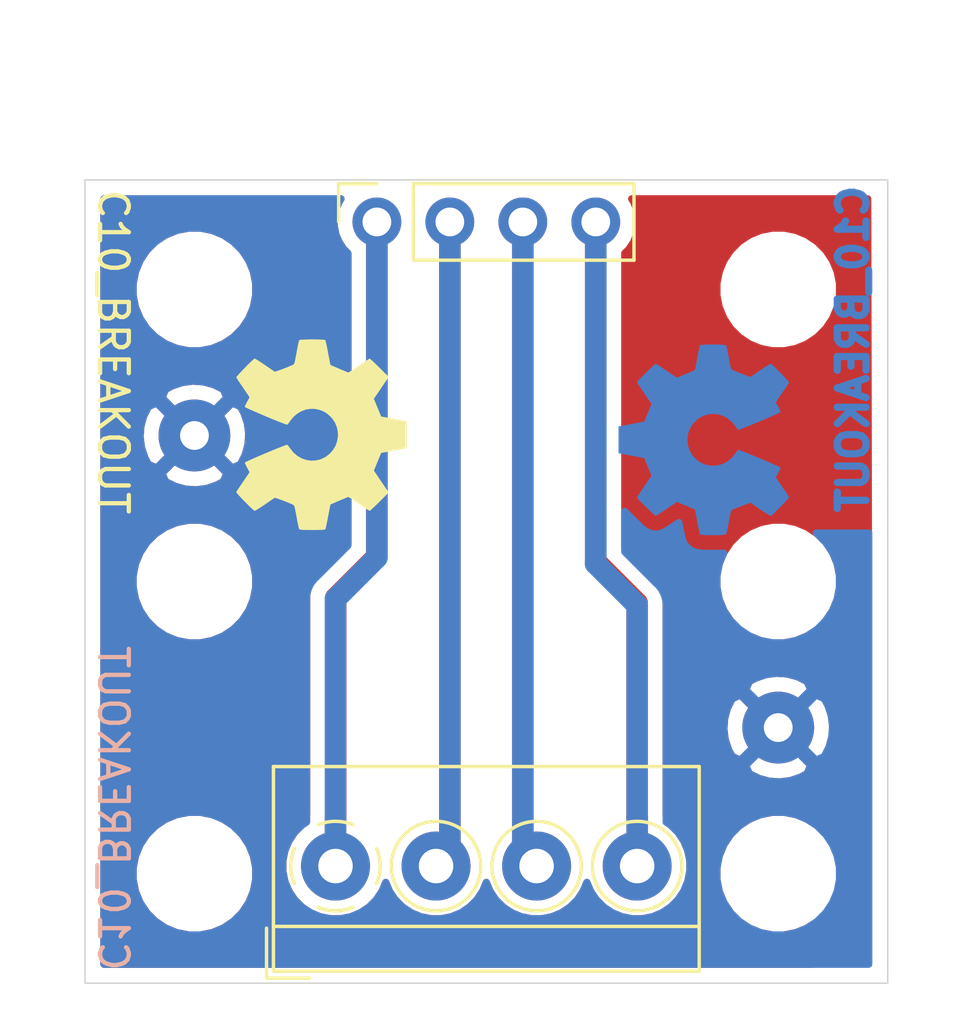
<source format=kicad_pcb>
(kicad_pcb (version 20171130) (host pcbnew 5.1.5-52549c5~86~ubuntu18.04.1)

  (general
    (thickness 1.6)
    (drawings 8)
    (tracks 25)
    (zones 0)
    (modules 12)
    (nets 6)
  )

  (page A4)
  (title_block
    (title "C10 BREAKOUT")
    (company Galopago)
  )

  (layers
    (0 F.Cu signal)
    (31 B.Cu signal)
    (32 B.Adhes user)
    (33 F.Adhes user)
    (34 B.Paste user)
    (35 F.Paste user)
    (36 B.SilkS user)
    (37 F.SilkS user)
    (38 B.Mask user)
    (39 F.Mask user)
    (40 Dwgs.User user)
    (41 Cmts.User user)
    (42 Eco1.User user)
    (43 Eco2.User user)
    (44 Edge.Cuts user)
    (45 Margin user)
    (46 B.CrtYd user)
    (47 F.CrtYd user)
    (48 B.Fab user)
    (49 F.Fab user)
  )

  (setup
    (last_trace_width 0.75)
    (trace_clearance 0.2)
    (zone_clearance 0.508)
    (zone_45_only no)
    (trace_min 0.2)
    (via_size 0.8)
    (via_drill 0.4)
    (via_min_size 0.4)
    (via_min_drill 0.3)
    (uvia_size 0.3)
    (uvia_drill 0.1)
    (uvias_allowed no)
    (uvia_min_size 0.2)
    (uvia_min_drill 0.1)
    (edge_width 0.05)
    (segment_width 0.2)
    (pcb_text_width 0.3)
    (pcb_text_size 1.5 1.5)
    (mod_edge_width 0.12)
    (mod_text_size 1 1)
    (mod_text_width 0.15)
    (pad_size 1.7 1.7)
    (pad_drill 1)
    (pad_to_mask_clearance 0.051)
    (solder_mask_min_width 0.25)
    (aux_axis_origin 0 0)
    (visible_elements FFFFFF7F)
    (pcbplotparams
      (layerselection 0x010fc_ffffffff)
      (usegerberextensions false)
      (usegerberattributes false)
      (usegerberadvancedattributes false)
      (creategerberjobfile false)
      (excludeedgelayer true)
      (linewidth 0.100000)
      (plotframeref false)
      (viasonmask false)
      (mode 1)
      (useauxorigin false)
      (hpglpennumber 1)
      (hpglpenspeed 20)
      (hpglpendiameter 15.000000)
      (psnegative false)
      (psa4output false)
      (plotreference true)
      (plotvalue true)
      (plotinvisibletext false)
      (padsonsilk false)
      (subtractmaskfromsilk false)
      (outputformat 1)
      (mirror false)
      (drillshape 1)
      (scaleselection 1)
      (outputdirectory ""))
  )

  (net 0 "")
  (net 1 "Net-(J0-Pad1)")
  (net 2 "Net-(J4-Pad4)")
  (net 3 "Net-(J4-Pad3)")
  (net 4 "Net-(J4-Pad2)")
  (net 5 "Net-(J4-Pad1)")

  (net_class Default "This is the default net class."
    (clearance 0.2)
    (trace_width 0.75)
    (via_dia 0.8)
    (via_drill 0.4)
    (uvia_dia 0.3)
    (uvia_drill 0.1)
    (add_net "Net-(J0-Pad1)")
    (add_net "Net-(J4-Pad1)")
    (add_net "Net-(J4-Pad2)")
    (add_net "Net-(J4-Pad3)")
    (add_net "Net-(J4-Pad4)")
  )

  (module Symbol:OSHW-Symbol_6.7x6mm_Copper (layer B.Cu) (tedit 0) (tstamp 5F85A7AC)
    (at 41.5544 29.0322 270)
    (descr "Open Source Hardware Symbol")
    (tags "Logo Symbol OSHW")
    (attr virtual)
    (fp_text reference REF** (at 0 0 90) (layer B.SilkS) hide
      (effects (font (size 1 1) (thickness 0.15)) (justify mirror))
    )
    (fp_text value OSHW-Symbol_6.7x6mm_Copper (at 0.75 0 90) (layer B.Fab) hide
      (effects (font (size 1 1) (thickness 0.15)) (justify mirror))
    )
    (fp_poly (pts (xy 0.555814 2.531069) (xy 0.639635 2.086445) (xy 0.94892 1.958947) (xy 1.258206 1.831449)
      (xy 1.629246 2.083754) (xy 1.733157 2.154004) (xy 1.827087 2.216728) (xy 1.906652 2.269062)
      (xy 1.96747 2.308143) (xy 2.005157 2.331107) (xy 2.015421 2.336058) (xy 2.03391 2.323324)
      (xy 2.07342 2.288118) (xy 2.129522 2.234938) (xy 2.197787 2.168282) (xy 2.273786 2.092646)
      (xy 2.353092 2.012528) (xy 2.431275 1.932426) (xy 2.503907 1.856836) (xy 2.566559 1.790255)
      (xy 2.614803 1.737182) (xy 2.64421 1.702113) (xy 2.651241 1.690377) (xy 2.641123 1.66874)
      (xy 2.612759 1.621338) (xy 2.569129 1.552807) (xy 2.513218 1.467785) (xy 2.448006 1.370907)
      (xy 2.410219 1.31565) (xy 2.341343 1.214752) (xy 2.28014 1.123701) (xy 2.229578 1.04703)
      (xy 2.192628 0.989272) (xy 2.172258 0.954957) (xy 2.169197 0.947746) (xy 2.176136 0.927252)
      (xy 2.195051 0.879487) (xy 2.223087 0.811168) (xy 2.257391 0.729011) (xy 2.295109 0.63973)
      (xy 2.333387 0.550042) (xy 2.36937 0.466662) (xy 2.400206 0.396306) (xy 2.423039 0.34569)
      (xy 2.435017 0.321529) (xy 2.435724 0.320578) (xy 2.454531 0.315964) (xy 2.504618 0.305672)
      (xy 2.580793 0.290713) (xy 2.677865 0.272099) (xy 2.790643 0.250841) (xy 2.856442 0.238582)
      (xy 2.97695 0.215638) (xy 3.085797 0.193805) (xy 3.177476 0.174278) (xy 3.246481 0.158252)
      (xy 3.287304 0.146921) (xy 3.295511 0.143326) (xy 3.303548 0.118994) (xy 3.310033 0.064041)
      (xy 3.31497 -0.015108) (xy 3.318364 -0.112026) (xy 3.320218 -0.220287) (xy 3.320538 -0.333465)
      (xy 3.319327 -0.445135) (xy 3.31659 -0.548868) (xy 3.312331 -0.638241) (xy 3.306555 -0.706826)
      (xy 3.299267 -0.748197) (xy 3.294895 -0.75681) (xy 3.268764 -0.767133) (xy 3.213393 -0.781892)
      (xy 3.136107 -0.799352) (xy 3.04423 -0.81778) (xy 3.012158 -0.823741) (xy 2.857524 -0.852066)
      (xy 2.735375 -0.874876) (xy 2.641673 -0.89308) (xy 2.572384 -0.907583) (xy 2.523471 -0.919292)
      (xy 2.490897 -0.929115) (xy 2.470628 -0.937956) (xy 2.458626 -0.946724) (xy 2.456947 -0.948457)
      (xy 2.440184 -0.976371) (xy 2.414614 -1.030695) (xy 2.382788 -1.104777) (xy 2.34726 -1.191965)
      (xy 2.310583 -1.285608) (xy 2.275311 -1.379052) (xy 2.243996 -1.465647) (xy 2.219193 -1.53874)
      (xy 2.203454 -1.591678) (xy 2.199332 -1.617811) (xy 2.199676 -1.618726) (xy 2.213641 -1.640086)
      (xy 2.245322 -1.687084) (xy 2.291391 -1.754827) (xy 2.348518 -1.838423) (xy 2.413373 -1.932982)
      (xy 2.431843 -1.959854) (xy 2.497699 -2.057275) (xy 2.55565 -2.146163) (xy 2.602538 -2.221412)
      (xy 2.635207 -2.27792) (xy 2.6505 -2.310581) (xy 2.651241 -2.314593) (xy 2.638392 -2.335684)
      (xy 2.602888 -2.377464) (xy 2.549293 -2.435445) (xy 2.482171 -2.505135) (xy 2.406087 -2.582045)
      (xy 2.325604 -2.661683) (xy 2.245287 -2.739561) (xy 2.169699 -2.811186) (xy 2.103405 -2.87207)
      (xy 2.050969 -2.917721) (xy 2.016955 -2.94365) (xy 2.007545 -2.947883) (xy 1.985643 -2.937912)
      (xy 1.9408 -2.91102) (xy 1.880321 -2.871736) (xy 1.833789 -2.840117) (xy 1.749475 -2.782098)
      (xy 1.649626 -2.713784) (xy 1.549473 -2.645579) (xy 1.495627 -2.609075) (xy 1.313371 -2.4858)
      (xy 1.160381 -2.56852) (xy 1.090682 -2.604759) (xy 1.031414 -2.632926) (xy 0.991311 -2.648991)
      (xy 0.981103 -2.651226) (xy 0.968829 -2.634722) (xy 0.944613 -2.588082) (xy 0.910263 -2.515609)
      (xy 0.867588 -2.421606) (xy 0.818394 -2.310374) (xy 0.76449 -2.186215) (xy 0.707684 -2.053432)
      (xy 0.649782 -1.916327) (xy 0.592593 -1.779202) (xy 0.537924 -1.646358) (xy 0.487584 -1.522098)
      (xy 0.44338 -1.410725) (xy 0.407119 -1.316539) (xy 0.380609 -1.243844) (xy 0.365658 -1.196941)
      (xy 0.363254 -1.180833) (xy 0.382311 -1.160286) (xy 0.424036 -1.126933) (xy 0.479706 -1.087702)
      (xy 0.484378 -1.084599) (xy 0.628264 -0.969423) (xy 0.744283 -0.835053) (xy 0.83143 -0.685784)
      (xy 0.888699 -0.525913) (xy 0.915086 -0.359737) (xy 0.909585 -0.191552) (xy 0.87119 -0.025655)
      (xy 0.798895 0.133658) (xy 0.777626 0.168513) (xy 0.666996 0.309263) (xy 0.536302 0.422286)
      (xy 0.390064 0.506997) (xy 0.232808 0.562806) (xy 0.069057 0.589126) (xy -0.096667 0.58537)
      (xy -0.259838 0.55095) (xy -0.415935 0.485277) (xy -0.560433 0.387765) (xy -0.605131 0.348187)
      (xy -0.718888 0.224297) (xy -0.801782 0.093876) (xy -0.858644 -0.052315) (xy -0.890313 -0.197088)
      (xy -0.898131 -0.35986) (xy -0.872062 -0.52344) (xy -0.814755 -0.682298) (xy -0.728856 -0.830906)
      (xy -0.617014 -0.963735) (xy -0.481877 -1.075256) (xy -0.464117 -1.087011) (xy -0.40785 -1.125508)
      (xy -0.365077 -1.158863) (xy -0.344628 -1.18016) (xy -0.344331 -1.180833) (xy -0.348721 -1.203871)
      (xy -0.366124 -1.256157) (xy -0.394732 -1.33339) (xy -0.432735 -1.431268) (xy -0.478326 -1.545491)
      (xy -0.529697 -1.671758) (xy -0.585038 -1.805767) (xy -0.642542 -1.943218) (xy -0.700399 -2.079808)
      (xy -0.756802 -2.211237) (xy -0.809942 -2.333205) (xy -0.85801 -2.441409) (xy -0.899199 -2.531549)
      (xy -0.931699 -2.599323) (xy -0.953703 -2.64043) (xy -0.962564 -2.651226) (xy -0.98964 -2.642819)
      (xy -1.040303 -2.620272) (xy -1.105817 -2.587613) (xy -1.141841 -2.56852) (xy -1.294832 -2.4858)
      (xy -1.477088 -2.609075) (xy -1.570125 -2.672228) (xy -1.671985 -2.741727) (xy -1.767438 -2.807165)
      (xy -1.81525 -2.840117) (xy -1.882495 -2.885273) (xy -1.939436 -2.921057) (xy -1.978646 -2.942938)
      (xy -1.991381 -2.947563) (xy -2.009917 -2.935085) (xy -2.050941 -2.900252) (xy -2.110475 -2.846678)
      (xy -2.184542 -2.777983) (xy -2.269165 -2.697781) (xy -2.322685 -2.646286) (xy -2.416319 -2.554286)
      (xy -2.497241 -2.471999) (xy -2.562177 -2.402945) (xy -2.607858 -2.350644) (xy -2.631011 -2.318616)
      (xy -2.633232 -2.312116) (xy -2.622924 -2.287394) (xy -2.594439 -2.237405) (xy -2.550937 -2.167212)
      (xy -2.495577 -2.081875) (xy -2.43152 -1.986456) (xy -2.413303 -1.959854) (xy -2.346927 -1.863167)
      (xy -2.287378 -1.776117) (xy -2.237984 -1.703595) (xy -2.202075 -1.650493) (xy -2.182981 -1.621703)
      (xy -2.181136 -1.618726) (xy -2.183895 -1.595782) (xy -2.198538 -1.545336) (xy -2.222513 -1.474041)
      (xy -2.253266 -1.388547) (xy -2.288244 -1.295507) (xy -2.324893 -1.201574) (xy -2.360661 -1.113399)
      (xy -2.392994 -1.037634) (xy -2.419338 -0.980931) (xy -2.437142 -0.949943) (xy -2.438407 -0.948457)
      (xy -2.449294 -0.939601) (xy -2.467682 -0.930843) (xy -2.497606 -0.921277) (xy -2.543103 -0.909996)
      (xy -2.608209 -0.896093) (xy -2.696961 -0.878663) (xy -2.813393 -0.856798) (xy -2.961542 -0.829591)
      (xy -2.993618 -0.823741) (xy -3.088686 -0.805374) (xy -3.171565 -0.787405) (xy -3.23493 -0.771569)
      (xy -3.271458 -0.7596) (xy -3.276356 -0.75681) (xy -3.284427 -0.732072) (xy -3.290987 -0.67679)
      (xy -3.296033 -0.597389) (xy -3.299559 -0.500296) (xy -3.301561 -0.391938) (xy -3.302036 -0.27874)
      (xy -3.300977 -0.167128) (xy -3.298382 -0.063529) (xy -3.294246 0.025632) (xy -3.288563 0.093928)
      (xy -3.281331 0.134934) (xy -3.276971 0.143326) (xy -3.252698 0.151792) (xy -3.197426 0.165565)
      (xy -3.116662 0.18345) (xy -3.015912 0.204252) (xy -2.900683 0.226777) (xy -2.837902 0.238582)
      (xy -2.718787 0.260849) (xy -2.612565 0.281021) (xy -2.524427 0.298085) (xy -2.459566 0.311031)
      (xy -2.423174 0.318845) (xy -2.417184 0.320578) (xy -2.407061 0.34011) (xy -2.385662 0.387157)
      (xy -2.355839 0.454997) (xy -2.320445 0.536909) (xy -2.282332 0.626172) (xy -2.244353 0.716065)
      (xy -2.20936 0.799865) (xy -2.180206 0.870853) (xy -2.159743 0.922306) (xy -2.150823 0.947503)
      (xy -2.150657 0.948604) (xy -2.160769 0.968481) (xy -2.189117 1.014223) (xy -2.232723 1.081283)
      (xy -2.288606 1.165116) (xy -2.353787 1.261174) (xy -2.391679 1.31635) (xy -2.460725 1.417519)
      (xy -2.52205 1.50937) (xy -2.572663 1.587256) (xy -2.609571 1.646531) (xy -2.629782 1.682549)
      (xy -2.632701 1.690623) (xy -2.620153 1.709416) (xy -2.585463 1.749543) (xy -2.533063 1.806507)
      (xy -2.467384 1.875815) (xy -2.392856 1.952969) (xy -2.313913 2.033475) (xy -2.234983 2.112837)
      (xy -2.1605 2.18656) (xy -2.094894 2.250148) (xy -2.042596 2.299106) (xy -2.008039 2.328939)
      (xy -1.996478 2.336058) (xy -1.977654 2.326047) (xy -1.932631 2.297922) (xy -1.865787 2.254546)
      (xy -1.781499 2.198782) (xy -1.684144 2.133494) (xy -1.610707 2.083754) (xy -1.239667 1.831449)
      (xy -0.621095 2.086445) (xy -0.537275 2.531069) (xy -0.453454 2.975693) (xy 0.471994 2.975693)
      (xy 0.555814 2.531069)) (layer B.Cu) (width 0.01))
  )

  (module Symbol:OSHW-Symbol_6.7x6mm_SilkScreen (layer F.Cu) (tedit 0) (tstamp 5F85A605)
    (at 28.2194 28.8544 270)
    (descr "Open Source Hardware Symbol")
    (tags "Logo Symbol OSHW")
    (attr virtual)
    (fp_text reference REF** (at 0 0 90) (layer F.SilkS) hide
      (effects (font (size 1 1) (thickness 0.15)))
    )
    (fp_text value OSHW-Symbol_6.7x6mm_SilkScreen (at 0.75 0 90) (layer F.Fab) hide
      (effects (font (size 1 1) (thickness 0.15)))
    )
    (fp_poly (pts (xy 0.555814 -2.531069) (xy 0.639635 -2.086445) (xy 0.94892 -1.958947) (xy 1.258206 -1.831449)
      (xy 1.629246 -2.083754) (xy 1.733157 -2.154004) (xy 1.827087 -2.216728) (xy 1.906652 -2.269062)
      (xy 1.96747 -2.308143) (xy 2.005157 -2.331107) (xy 2.015421 -2.336058) (xy 2.03391 -2.323324)
      (xy 2.07342 -2.288118) (xy 2.129522 -2.234938) (xy 2.197787 -2.168282) (xy 2.273786 -2.092646)
      (xy 2.353092 -2.012528) (xy 2.431275 -1.932426) (xy 2.503907 -1.856836) (xy 2.566559 -1.790255)
      (xy 2.614803 -1.737182) (xy 2.64421 -1.702113) (xy 2.651241 -1.690377) (xy 2.641123 -1.66874)
      (xy 2.612759 -1.621338) (xy 2.569129 -1.552807) (xy 2.513218 -1.467785) (xy 2.448006 -1.370907)
      (xy 2.410219 -1.31565) (xy 2.341343 -1.214752) (xy 2.28014 -1.123701) (xy 2.229578 -1.04703)
      (xy 2.192628 -0.989272) (xy 2.172258 -0.954957) (xy 2.169197 -0.947746) (xy 2.176136 -0.927252)
      (xy 2.195051 -0.879487) (xy 2.223087 -0.811168) (xy 2.257391 -0.729011) (xy 2.295109 -0.63973)
      (xy 2.333387 -0.550042) (xy 2.36937 -0.466662) (xy 2.400206 -0.396306) (xy 2.423039 -0.34569)
      (xy 2.435017 -0.321529) (xy 2.435724 -0.320578) (xy 2.454531 -0.315964) (xy 2.504618 -0.305672)
      (xy 2.580793 -0.290713) (xy 2.677865 -0.272099) (xy 2.790643 -0.250841) (xy 2.856442 -0.238582)
      (xy 2.97695 -0.215638) (xy 3.085797 -0.193805) (xy 3.177476 -0.174278) (xy 3.246481 -0.158252)
      (xy 3.287304 -0.146921) (xy 3.295511 -0.143326) (xy 3.303548 -0.118994) (xy 3.310033 -0.064041)
      (xy 3.31497 0.015108) (xy 3.318364 0.112026) (xy 3.320218 0.220287) (xy 3.320538 0.333465)
      (xy 3.319327 0.445135) (xy 3.31659 0.548868) (xy 3.312331 0.638241) (xy 3.306555 0.706826)
      (xy 3.299267 0.748197) (xy 3.294895 0.75681) (xy 3.268764 0.767133) (xy 3.213393 0.781892)
      (xy 3.136107 0.799352) (xy 3.04423 0.81778) (xy 3.012158 0.823741) (xy 2.857524 0.852066)
      (xy 2.735375 0.874876) (xy 2.641673 0.89308) (xy 2.572384 0.907583) (xy 2.523471 0.919292)
      (xy 2.490897 0.929115) (xy 2.470628 0.937956) (xy 2.458626 0.946724) (xy 2.456947 0.948457)
      (xy 2.440184 0.976371) (xy 2.414614 1.030695) (xy 2.382788 1.104777) (xy 2.34726 1.191965)
      (xy 2.310583 1.285608) (xy 2.275311 1.379052) (xy 2.243996 1.465647) (xy 2.219193 1.53874)
      (xy 2.203454 1.591678) (xy 2.199332 1.617811) (xy 2.199676 1.618726) (xy 2.213641 1.640086)
      (xy 2.245322 1.687084) (xy 2.291391 1.754827) (xy 2.348518 1.838423) (xy 2.413373 1.932982)
      (xy 2.431843 1.959854) (xy 2.497699 2.057275) (xy 2.55565 2.146163) (xy 2.602538 2.221412)
      (xy 2.635207 2.27792) (xy 2.6505 2.310581) (xy 2.651241 2.314593) (xy 2.638392 2.335684)
      (xy 2.602888 2.377464) (xy 2.549293 2.435445) (xy 2.482171 2.505135) (xy 2.406087 2.582045)
      (xy 2.325604 2.661683) (xy 2.245287 2.739561) (xy 2.169699 2.811186) (xy 2.103405 2.87207)
      (xy 2.050969 2.917721) (xy 2.016955 2.94365) (xy 2.007545 2.947883) (xy 1.985643 2.937912)
      (xy 1.9408 2.91102) (xy 1.880321 2.871736) (xy 1.833789 2.840117) (xy 1.749475 2.782098)
      (xy 1.649626 2.713784) (xy 1.549473 2.645579) (xy 1.495627 2.609075) (xy 1.313371 2.4858)
      (xy 1.160381 2.56852) (xy 1.090682 2.604759) (xy 1.031414 2.632926) (xy 0.991311 2.648991)
      (xy 0.981103 2.651226) (xy 0.968829 2.634722) (xy 0.944613 2.588082) (xy 0.910263 2.515609)
      (xy 0.867588 2.421606) (xy 0.818394 2.310374) (xy 0.76449 2.186215) (xy 0.707684 2.053432)
      (xy 0.649782 1.916327) (xy 0.592593 1.779202) (xy 0.537924 1.646358) (xy 0.487584 1.522098)
      (xy 0.44338 1.410725) (xy 0.407119 1.316539) (xy 0.380609 1.243844) (xy 0.365658 1.196941)
      (xy 0.363254 1.180833) (xy 0.382311 1.160286) (xy 0.424036 1.126933) (xy 0.479706 1.087702)
      (xy 0.484378 1.084599) (xy 0.628264 0.969423) (xy 0.744283 0.835053) (xy 0.83143 0.685784)
      (xy 0.888699 0.525913) (xy 0.915086 0.359737) (xy 0.909585 0.191552) (xy 0.87119 0.025655)
      (xy 0.798895 -0.133658) (xy 0.777626 -0.168513) (xy 0.666996 -0.309263) (xy 0.536302 -0.422286)
      (xy 0.390064 -0.506997) (xy 0.232808 -0.562806) (xy 0.069057 -0.589126) (xy -0.096667 -0.58537)
      (xy -0.259838 -0.55095) (xy -0.415935 -0.485277) (xy -0.560433 -0.387765) (xy -0.605131 -0.348187)
      (xy -0.718888 -0.224297) (xy -0.801782 -0.093876) (xy -0.858644 0.052315) (xy -0.890313 0.197088)
      (xy -0.898131 0.35986) (xy -0.872062 0.52344) (xy -0.814755 0.682298) (xy -0.728856 0.830906)
      (xy -0.617014 0.963735) (xy -0.481877 1.075256) (xy -0.464117 1.087011) (xy -0.40785 1.125508)
      (xy -0.365077 1.158863) (xy -0.344628 1.18016) (xy -0.344331 1.180833) (xy -0.348721 1.203871)
      (xy -0.366124 1.256157) (xy -0.394732 1.33339) (xy -0.432735 1.431268) (xy -0.478326 1.545491)
      (xy -0.529697 1.671758) (xy -0.585038 1.805767) (xy -0.642542 1.943218) (xy -0.700399 2.079808)
      (xy -0.756802 2.211237) (xy -0.809942 2.333205) (xy -0.85801 2.441409) (xy -0.899199 2.531549)
      (xy -0.931699 2.599323) (xy -0.953703 2.64043) (xy -0.962564 2.651226) (xy -0.98964 2.642819)
      (xy -1.040303 2.620272) (xy -1.105817 2.587613) (xy -1.141841 2.56852) (xy -1.294832 2.4858)
      (xy -1.477088 2.609075) (xy -1.570125 2.672228) (xy -1.671985 2.741727) (xy -1.767438 2.807165)
      (xy -1.81525 2.840117) (xy -1.882495 2.885273) (xy -1.939436 2.921057) (xy -1.978646 2.942938)
      (xy -1.991381 2.947563) (xy -2.009917 2.935085) (xy -2.050941 2.900252) (xy -2.110475 2.846678)
      (xy -2.184542 2.777983) (xy -2.269165 2.697781) (xy -2.322685 2.646286) (xy -2.416319 2.554286)
      (xy -2.497241 2.471999) (xy -2.562177 2.402945) (xy -2.607858 2.350644) (xy -2.631011 2.318616)
      (xy -2.633232 2.312116) (xy -2.622924 2.287394) (xy -2.594439 2.237405) (xy -2.550937 2.167212)
      (xy -2.495577 2.081875) (xy -2.43152 1.986456) (xy -2.413303 1.959854) (xy -2.346927 1.863167)
      (xy -2.287378 1.776117) (xy -2.237984 1.703595) (xy -2.202075 1.650493) (xy -2.182981 1.621703)
      (xy -2.181136 1.618726) (xy -2.183895 1.595782) (xy -2.198538 1.545336) (xy -2.222513 1.474041)
      (xy -2.253266 1.388547) (xy -2.288244 1.295507) (xy -2.324893 1.201574) (xy -2.360661 1.113399)
      (xy -2.392994 1.037634) (xy -2.419338 0.980931) (xy -2.437142 0.949943) (xy -2.438407 0.948457)
      (xy -2.449294 0.939601) (xy -2.467682 0.930843) (xy -2.497606 0.921277) (xy -2.543103 0.909996)
      (xy -2.608209 0.896093) (xy -2.696961 0.878663) (xy -2.813393 0.856798) (xy -2.961542 0.829591)
      (xy -2.993618 0.823741) (xy -3.088686 0.805374) (xy -3.171565 0.787405) (xy -3.23493 0.771569)
      (xy -3.271458 0.7596) (xy -3.276356 0.75681) (xy -3.284427 0.732072) (xy -3.290987 0.67679)
      (xy -3.296033 0.597389) (xy -3.299559 0.500296) (xy -3.301561 0.391938) (xy -3.302036 0.27874)
      (xy -3.300977 0.167128) (xy -3.298382 0.063529) (xy -3.294246 -0.025632) (xy -3.288563 -0.093928)
      (xy -3.281331 -0.134934) (xy -3.276971 -0.143326) (xy -3.252698 -0.151792) (xy -3.197426 -0.165565)
      (xy -3.116662 -0.18345) (xy -3.015912 -0.204252) (xy -2.900683 -0.226777) (xy -2.837902 -0.238582)
      (xy -2.718787 -0.260849) (xy -2.612565 -0.281021) (xy -2.524427 -0.298085) (xy -2.459566 -0.311031)
      (xy -2.423174 -0.318845) (xy -2.417184 -0.320578) (xy -2.407061 -0.34011) (xy -2.385662 -0.387157)
      (xy -2.355839 -0.454997) (xy -2.320445 -0.536909) (xy -2.282332 -0.626172) (xy -2.244353 -0.716065)
      (xy -2.20936 -0.799865) (xy -2.180206 -0.870853) (xy -2.159743 -0.922306) (xy -2.150823 -0.947503)
      (xy -2.150657 -0.948604) (xy -2.160769 -0.968481) (xy -2.189117 -1.014223) (xy -2.232723 -1.081283)
      (xy -2.288606 -1.165116) (xy -2.353787 -1.261174) (xy -2.391679 -1.31635) (xy -2.460725 -1.417519)
      (xy -2.52205 -1.50937) (xy -2.572663 -1.587256) (xy -2.609571 -1.646531) (xy -2.629782 -1.682549)
      (xy -2.632701 -1.690623) (xy -2.620153 -1.709416) (xy -2.585463 -1.749543) (xy -2.533063 -1.806507)
      (xy -2.467384 -1.875815) (xy -2.392856 -1.952969) (xy -2.313913 -2.033475) (xy -2.234983 -2.112837)
      (xy -2.1605 -2.18656) (xy -2.094894 -2.250148) (xy -2.042596 -2.299106) (xy -2.008039 -2.328939)
      (xy -1.996478 -2.336058) (xy -1.977654 -2.326047) (xy -1.932631 -2.297922) (xy -1.865787 -2.254546)
      (xy -1.781499 -2.198782) (xy -1.684144 -2.133494) (xy -1.610707 -2.083754) (xy -1.239667 -1.831449)
      (xy -0.621095 -2.086445) (xy -0.537275 -2.531069) (xy -0.453454 -2.975693) (xy 0.471994 -2.975693)
      (xy 0.555814 -2.531069)) (layer F.SilkS) (width 0.01))
  )

  (module TerminalBlock_4Ucon:TerminalBlock_4Ucon_1x04_P3.50mm_Horizontal (layer F.Cu) (tedit 5F85EEA3) (tstamp 5F858F2E)
    (at 28.72 43.8658)
    (descr "Terminal Block 4Ucon ItemNo. 20001, 4 pins, pitch 3.5mm, size 14.7x7mm^2, drill diamater 1.2mm, pad diameter 2.4mm, see http://www.4uconnector.com/online/object/4udrawing/20001.pdf, script-generated using https://github.com/pointhi/kicad-footprint-generator/scripts/TerminalBlock_4Ucon")
    (tags "THT Terminal Block 4Ucon ItemNo. 20001 pitch 3.5mm size 14.7x7mm^2 drill 1.2mm pad 2.4mm")
    (path /5F89DF54)
    (fp_text reference J5 (at 5.25 -4.46) (layer F.SilkS) hide
      (effects (font (size 1 1) (thickness 0.15)))
    )
    (fp_text value Conn_01x04_Female (at 5.25 4.66) (layer F.Fab)
      (effects (font (size 1 1) (thickness 0.15)))
    )
    (fp_text user %R (at 5.25 2.9) (layer F.Fab)
      (effects (font (size 1 1) (thickness 0.15)))
    )
    (fp_line (start 13.1 -3.9) (end -2.6 -3.9) (layer F.CrtYd) (width 0.05))
    (fp_line (start 13.1 4.1) (end 13.1 -3.9) (layer F.CrtYd) (width 0.05))
    (fp_line (start -2.6 4.1) (end 13.1 4.1) (layer F.CrtYd) (width 0.05))
    (fp_line (start -2.6 -3.9) (end -2.6 4.1) (layer F.CrtYd) (width 0.05))
    (fp_line (start -2.4 3.9) (end -0.9 3.9) (layer F.SilkS) (width 0.12))
    (fp_line (start -2.4 2.16) (end -2.4 3.9) (layer F.SilkS) (width 0.12))
    (fp_line (start 9.4 0.069) (end 9.4 -0.069) (layer F.Fab) (width 0.1))
    (fp_line (start 10.431 0.069) (end 9.4 0.069) (layer F.Fab) (width 0.1))
    (fp_line (start 10.431 1.1) (end 10.431 0.069) (layer F.Fab) (width 0.1))
    (fp_line (start 10.569 1.1) (end 10.431 1.1) (layer F.Fab) (width 0.1))
    (fp_line (start 10.569 0.069) (end 10.569 1.1) (layer F.Fab) (width 0.1))
    (fp_line (start 11.6 0.069) (end 10.569 0.069) (layer F.Fab) (width 0.1))
    (fp_line (start 11.6 -0.069) (end 11.6 0.069) (layer F.Fab) (width 0.1))
    (fp_line (start 10.569 -0.069) (end 11.6 -0.069) (layer F.Fab) (width 0.1))
    (fp_line (start 10.569 -1.1) (end 10.569 -0.069) (layer F.Fab) (width 0.1))
    (fp_line (start 10.431 -1.1) (end 10.569 -1.1) (layer F.Fab) (width 0.1))
    (fp_line (start 10.431 -0.069) (end 10.431 -1.1) (layer F.Fab) (width 0.1))
    (fp_line (start 9.4 -0.069) (end 10.431 -0.069) (layer F.Fab) (width 0.1))
    (fp_line (start 5.9 0.069) (end 5.9 -0.069) (layer F.Fab) (width 0.1))
    (fp_line (start 6.931 0.069) (end 5.9 0.069) (layer F.Fab) (width 0.1))
    (fp_line (start 6.931 1.1) (end 6.931 0.069) (layer F.Fab) (width 0.1))
    (fp_line (start 7.069 1.1) (end 6.931 1.1) (layer F.Fab) (width 0.1))
    (fp_line (start 7.069 0.069) (end 7.069 1.1) (layer F.Fab) (width 0.1))
    (fp_line (start 8.1 0.069) (end 7.069 0.069) (layer F.Fab) (width 0.1))
    (fp_line (start 8.1 -0.069) (end 8.1 0.069) (layer F.Fab) (width 0.1))
    (fp_line (start 7.069 -0.069) (end 8.1 -0.069) (layer F.Fab) (width 0.1))
    (fp_line (start 7.069 -1.1) (end 7.069 -0.069) (layer F.Fab) (width 0.1))
    (fp_line (start 6.931 -1.1) (end 7.069 -1.1) (layer F.Fab) (width 0.1))
    (fp_line (start 6.931 -0.069) (end 6.931 -1.1) (layer F.Fab) (width 0.1))
    (fp_line (start 5.9 -0.069) (end 6.931 -0.069) (layer F.Fab) (width 0.1))
    (fp_line (start 2.4 0.069) (end 2.4 -0.069) (layer F.Fab) (width 0.1))
    (fp_line (start 3.431 0.069) (end 2.4 0.069) (layer F.Fab) (width 0.1))
    (fp_line (start 3.431 1.1) (end 3.431 0.069) (layer F.Fab) (width 0.1))
    (fp_line (start 3.569 1.1) (end 3.431 1.1) (layer F.Fab) (width 0.1))
    (fp_line (start 3.569 0.069) (end 3.569 1.1) (layer F.Fab) (width 0.1))
    (fp_line (start 4.6 0.069) (end 3.569 0.069) (layer F.Fab) (width 0.1))
    (fp_line (start 4.6 -0.069) (end 4.6 0.069) (layer F.Fab) (width 0.1))
    (fp_line (start 3.569 -0.069) (end 4.6 -0.069) (layer F.Fab) (width 0.1))
    (fp_line (start 3.569 -1.1) (end 3.569 -0.069) (layer F.Fab) (width 0.1))
    (fp_line (start 3.431 -1.1) (end 3.569 -1.1) (layer F.Fab) (width 0.1))
    (fp_line (start 3.431 -0.069) (end 3.431 -1.1) (layer F.Fab) (width 0.1))
    (fp_line (start 2.4 -0.069) (end 3.431 -0.069) (layer F.Fab) (width 0.1))
    (fp_line (start -1.1 0.069) (end -1.1 -0.069) (layer F.Fab) (width 0.1))
    (fp_line (start -0.069 0.069) (end -1.1 0.069) (layer F.Fab) (width 0.1))
    (fp_line (start -0.069 1.1) (end -0.069 0.069) (layer F.Fab) (width 0.1))
    (fp_line (start 0.069 1.1) (end -0.069 1.1) (layer F.Fab) (width 0.1))
    (fp_line (start 0.069 0.069) (end 0.069 1.1) (layer F.Fab) (width 0.1))
    (fp_line (start 1.1 0.069) (end 0.069 0.069) (layer F.Fab) (width 0.1))
    (fp_line (start 1.1 -0.069) (end 1.1 0.069) (layer F.Fab) (width 0.1))
    (fp_line (start 0.069 -0.069) (end 1.1 -0.069) (layer F.Fab) (width 0.1))
    (fp_line (start 0.069 -1.1) (end 0.069 -0.069) (layer F.Fab) (width 0.1))
    (fp_line (start -0.069 -1.1) (end 0.069 -1.1) (layer F.Fab) (width 0.1))
    (fp_line (start -0.069 -0.069) (end -0.069 -1.1) (layer F.Fab) (width 0.1))
    (fp_line (start -1.1 -0.069) (end -0.069 -0.069) (layer F.Fab) (width 0.1))
    (fp_line (start 12.66 -3.46) (end 12.66 3.66) (layer F.SilkS) (width 0.12))
    (fp_line (start -2.16 -3.46) (end -2.16 3.66) (layer F.SilkS) (width 0.12))
    (fp_line (start -2.16 3.66) (end 12.66 3.66) (layer F.SilkS) (width 0.12))
    (fp_line (start -2.16 -3.46) (end 12.66 -3.46) (layer F.SilkS) (width 0.12))
    (fp_line (start -2.16 2.1) (end 12.66 2.1) (layer F.SilkS) (width 0.12))
    (fp_line (start -2.1 2.1) (end 12.6 2.1) (layer F.Fab) (width 0.1))
    (fp_line (start -2.1 2.1) (end -2.1 -3.4) (layer F.Fab) (width 0.1))
    (fp_line (start -0.6 3.6) (end -2.1 2.1) (layer F.Fab) (width 0.1))
    (fp_line (start 12.6 3.6) (end -0.6 3.6) (layer F.Fab) (width 0.1))
    (fp_line (start 12.6 -3.4) (end 12.6 3.6) (layer F.Fab) (width 0.1))
    (fp_line (start -2.1 -3.4) (end 12.6 -3.4) (layer F.Fab) (width 0.1))
    (fp_circle (center 10.5 0) (end 12.055 0) (layer F.SilkS) (width 0.12))
    (fp_circle (center 10.5 0) (end 11.875 0) (layer F.Fab) (width 0.1))
    (fp_circle (center 7 0) (end 8.555 0) (layer F.SilkS) (width 0.12))
    (fp_circle (center 7 0) (end 8.375 0) (layer F.Fab) (width 0.1))
    (fp_circle (center 3.5 0) (end 5.055 0) (layer F.SilkS) (width 0.12))
    (fp_circle (center 3.5 0) (end 4.875 0) (layer F.Fab) (width 0.1))
    (fp_circle (center 0 0) (end 1.375 0) (layer F.Fab) (width 0.1))
    (fp_arc (start 0 0) (end -0.608 1.432) (angle -24) (layer F.SilkS) (width 0.12))
    (fp_arc (start 0 0) (end -1.432 -0.608) (angle -46) (layer F.SilkS) (width 0.12))
    (fp_arc (start 0 0) (end 0.608 -1.432) (angle -46) (layer F.SilkS) (width 0.12))
    (fp_arc (start 0 0) (end 1.432 0.608) (angle -46) (layer F.SilkS) (width 0.12))
    (fp_arc (start 0 0) (end 0 1.555) (angle -23) (layer F.SilkS) (width 0.12))
    (pad 4 thru_hole circle (at 10.5 0) (size 2.4 2.4) (drill 1.2) (layers *.Cu *.Mask)
      (net 2 "Net-(J4-Pad4)"))
    (pad 3 thru_hole circle (at 7 0) (size 2.4 2.4) (drill 1.2) (layers *.Cu *.Mask)
      (net 3 "Net-(J4-Pad3)"))
    (pad 2 thru_hole circle (at 3.5 0) (size 2.4 2.4) (drill 1.2) (layers *.Cu *.Mask)
      (net 4 "Net-(J4-Pad2)"))
    (pad 1 thru_hole circle (at 0 0) (size 2.4 2.4) (drill 1.2) (layers *.Cu *.Mask)
      (net 5 "Net-(J4-Pad1)"))
    (model ${KISYS3DMOD}/TerminalBlock_4Ucon.3dshapes/TerminalBlock_4Ucon_1x04_P3.50mm_Horizontal.wrl
      (at (xyz 0 0 0))
      (scale (xyz 1 1 1))
      (rotate (xyz 0 0 0))
    )
  )

  (module Connector_PinSocket_2.54mm:PinSocket_1x04_P2.54mm_Vertical (layer F.Cu) (tedit 5F85EF58) (tstamp 5F858ED8)
    (at 30.16 21.463 90)
    (descr "Through hole straight socket strip, 1x04, 2.54mm pitch, single row (from Kicad 4.0.7), script generated")
    (tags "Through hole socket strip THT 1x04 2.54mm single row")
    (path /5F89F074)
    (fp_text reference J4 (at 0 -2.77 90) (layer F.SilkS) hide
      (effects (font (size 1 1) (thickness 0.15)))
    )
    (fp_text value Conn_01x04_Female (at 0 10.39 90) (layer F.Fab)
      (effects (font (size 1 1) (thickness 0.15)))
    )
    (fp_text user %R (at 0 3.81) (layer F.Fab)
      (effects (font (size 1 1) (thickness 0.15)))
    )
    (fp_line (start -1.8 9.4) (end -1.8 -1.8) (layer F.CrtYd) (width 0.05))
    (fp_line (start 1.75 9.4) (end -1.8 9.4) (layer F.CrtYd) (width 0.05))
    (fp_line (start 1.75 -1.8) (end 1.75 9.4) (layer F.CrtYd) (width 0.05))
    (fp_line (start -1.8 -1.8) (end 1.75 -1.8) (layer F.CrtYd) (width 0.05))
    (fp_line (start 0 -1.33) (end 1.33 -1.33) (layer F.SilkS) (width 0.12))
    (fp_line (start 1.33 -1.33) (end 1.33 0) (layer F.SilkS) (width 0.12))
    (fp_line (start 1.33 1.27) (end 1.33 8.95) (layer F.SilkS) (width 0.12))
    (fp_line (start -1.33 8.95) (end 1.33 8.95) (layer F.SilkS) (width 0.12))
    (fp_line (start -1.33 1.27) (end -1.33 8.95) (layer F.SilkS) (width 0.12))
    (fp_line (start -1.33 1.27) (end 1.33 1.27) (layer F.SilkS) (width 0.12))
    (fp_line (start -1.27 8.89) (end -1.27 -1.27) (layer F.Fab) (width 0.1))
    (fp_line (start 1.27 8.89) (end -1.27 8.89) (layer F.Fab) (width 0.1))
    (fp_line (start 1.27 -0.635) (end 1.27 8.89) (layer F.Fab) (width 0.1))
    (fp_line (start 0.635 -1.27) (end 1.27 -0.635) (layer F.Fab) (width 0.1))
    (fp_line (start -1.27 -1.27) (end 0.635 -1.27) (layer F.Fab) (width 0.1))
    (pad 4 thru_hole oval (at 0 7.62 90) (size 1.7 1.7) (drill 1) (layers *.Cu *.Mask)
      (net 2 "Net-(J4-Pad4)"))
    (pad 3 thru_hole oval (at 0 5.08 90) (size 1.7 1.7) (drill 1) (layers *.Cu *.Mask)
      (net 3 "Net-(J4-Pad3)"))
    (pad 2 thru_hole oval (at 0 2.54 90) (size 1.7 1.7) (drill 1) (layers *.Cu *.Mask)
      (net 4 "Net-(J4-Pad2)"))
    (pad 1 thru_hole circle (at 0 0 90) (size 1.7 1.7) (drill 1) (layers *.Cu *.Mask)
      (net 5 "Net-(J4-Pad1)"))
    (model ${KISYS3DMOD}/Connector_PinSocket_2.54mm.3dshapes/PinSocket_1x04_P2.54mm_Vertical.wrl
      (at (xyz 0 0 0))
      (scale (xyz 1 1 1))
      (rotate (xyz 0 0 0))
    )
  )

  (module Connector_Wire:SolderWirePad_1x01_Drill1mm (layer F.Cu) (tedit 5AEE5EBE) (tstamp 5F35F15D)
    (at 44.13 39.05)
    (descr "Wire solder connection")
    (tags connector)
    (path /5F5DB1C6)
    (attr virtual)
    (fp_text reference J1 (at 0 -3.81) (layer F.SilkS) hide
      (effects (font (size 1 1) (thickness 0.15)))
    )
    (fp_text value Conn_01x01_Male (at 0 3.175) (layer F.Fab)
      (effects (font (size 1 1) (thickness 0.15)))
    )
    (fp_line (start 1.75 1.75) (end -1.75 1.75) (layer F.CrtYd) (width 0.05))
    (fp_line (start 1.75 1.75) (end 1.75 -1.75) (layer F.CrtYd) (width 0.05))
    (fp_line (start -1.75 -1.75) (end -1.75 1.75) (layer F.CrtYd) (width 0.05))
    (fp_line (start -1.75 -1.75) (end 1.75 -1.75) (layer F.CrtYd) (width 0.05))
    (fp_text user %R (at 0 0) (layer F.Fab)
      (effects (font (size 1 1) (thickness 0.15)))
    )
    (pad 1 thru_hole circle (at 0 0) (size 2.49936 2.49936) (drill 1.00076) (layers *.Cu *.Mask)
      (net 1 "Net-(J0-Pad1)"))
  )

  (module Connector_Wire:SolderWirePad_1x01_Drill1mm (layer F.Cu) (tedit 5AEE5EBE) (tstamp 5F35F153)
    (at 23.81 28.89)
    (descr "Wire solder connection")
    (tags connector)
    (path /5F5D91C6)
    (attr virtual)
    (fp_text reference J0 (at 0 -3.81) (layer F.SilkS) hide
      (effects (font (size 1 1) (thickness 0.15)))
    )
    (fp_text value Conn_01x01_Male (at 0 3.175) (layer F.Fab)
      (effects (font (size 1 1) (thickness 0.15)))
    )
    (fp_line (start 1.75 1.75) (end -1.75 1.75) (layer F.CrtYd) (width 0.05))
    (fp_line (start 1.75 1.75) (end 1.75 -1.75) (layer F.CrtYd) (width 0.05))
    (fp_line (start -1.75 -1.75) (end -1.75 1.75) (layer F.CrtYd) (width 0.05))
    (fp_line (start -1.75 -1.75) (end 1.75 -1.75) (layer F.CrtYd) (width 0.05))
    (fp_text user %R (at 0 0) (layer F.Fab)
      (effects (font (size 1 1) (thickness 0.15)))
    )
    (pad 1 thru_hole circle (at 0 0) (size 2.49936 2.49936) (drill 1.00076) (layers *.Cu *.Mask)
      (net 1 "Net-(J0-Pad1)"))
  )

  (module MountingHole:MountingHole_3mm (layer F.Cu) (tedit 56D1B4CB) (tstamp 5F35EBC9)
    (at 44.13 44.13)
    (descr "Mounting Hole 3mm, no annular")
    (tags "mounting hole 3mm no annular")
    (path /5F32DC16)
    (attr virtual)
    (fp_text reference HC2 (at 0 -4) (layer F.SilkS) hide
      (effects (font (size 1 1) (thickness 0.15)))
    )
    (fp_text value MountingHole (at 0 4) (layer F.Fab)
      (effects (font (size 1 1) (thickness 0.15)))
    )
    (fp_circle (center 0 0) (end 3.25 0) (layer F.CrtYd) (width 0.05))
    (fp_circle (center 0 0) (end 3 0) (layer Cmts.User) (width 0.15))
    (fp_text user %R (at 0.3 0) (layer F.Fab)
      (effects (font (size 1 1) (thickness 0.15)))
    )
    (pad 1 np_thru_hole circle (at 0 0) (size 3 3) (drill 3) (layers *.Cu *.Mask))
  )

  (module MountingHole:MountingHole_3mm (layer F.Cu) (tedit 56D1B4CB) (tstamp 5F35EBB9)
    (at 23.81 44.13)
    (descr "Mounting Hole 3mm, no annular")
    (tags "mounting hole 3mm no annular")
    (path /5F327B1C)
    (attr virtual)
    (fp_text reference HC0 (at 0 -4) (layer F.SilkS) hide
      (effects (font (size 1 1) (thickness 0.15)))
    )
    (fp_text value MountingHole (at 0 4) (layer F.Fab)
      (effects (font (size 1 1) (thickness 0.15)))
    )
    (fp_circle (center 0 0) (end 3.25 0) (layer F.CrtYd) (width 0.05))
    (fp_circle (center 0 0) (end 3 0) (layer Cmts.User) (width 0.15))
    (fp_text user %R (at 0.3 0) (layer F.Fab)
      (effects (font (size 1 1) (thickness 0.15)))
    )
    (pad 1 np_thru_hole circle (at 0 0) (size 3 3) (drill 3) (layers *.Cu *.Mask))
  )

  (module MountingHole:MountingHole_3mm (layer F.Cu) (tedit 56D1B4CB) (tstamp 5F35EB39)
    (at 44.13 33.97)
    (descr "Mounting Hole 3mm, no annular")
    (tags "mounting hole 3mm no annular")
    (path /5F32D584)
    (attr virtual)
    (fp_text reference HB2 (at 0 -4) (layer F.SilkS) hide
      (effects (font (size 1 1) (thickness 0.15)))
    )
    (fp_text value MountingHole (at 0 4) (layer F.Fab)
      (effects (font (size 1 1) (thickness 0.15)))
    )
    (fp_circle (center 0 0) (end 3.25 0) (layer F.CrtYd) (width 0.05))
    (fp_circle (center 0 0) (end 3 0) (layer Cmts.User) (width 0.15))
    (fp_text user %R (at 0.3 0) (layer F.Fab)
      (effects (font (size 1 1) (thickness 0.15)))
    )
    (pad 1 np_thru_hole circle (at 0 0) (size 3 3) (drill 3) (layers *.Cu *.Mask))
  )

  (module MountingHole:MountingHole_3mm (layer F.Cu) (tedit 56D1B4CB) (tstamp 5F35EB29)
    (at 23.81 33.97)
    (descr "Mounting Hole 3mm, no annular")
    (tags "mounting hole 3mm no annular")
    (path /5F3277F5)
    (attr virtual)
    (fp_text reference HB0 (at 0 -4) (layer F.SilkS) hide
      (effects (font (size 1 1) (thickness 0.15)))
    )
    (fp_text value MountingHole (at 0 4) (layer F.Fab)
      (effects (font (size 1 1) (thickness 0.15)))
    )
    (fp_circle (center 0 0) (end 3.25 0) (layer F.CrtYd) (width 0.05))
    (fp_circle (center 0 0) (end 3 0) (layer Cmts.User) (width 0.15))
    (fp_text user %R (at 0.3 0) (layer F.Fab)
      (effects (font (size 1 1) (thickness 0.15)))
    )
    (pad 1 np_thru_hole circle (at 0 0) (size 3 3) (drill 3) (layers *.Cu *.Mask))
  )

  (module MountingHole:MountingHole_3mm (layer F.Cu) (tedit 56D1B4CB) (tstamp 5F35EAB1)
    (at 44.13 23.81)
    (descr "Mounting Hole 3mm, no annular")
    (tags "mounting hole 3mm no annular")
    (path /5F324FC8)
    (attr virtual)
    (fp_text reference HA2 (at 0 -4) (layer F.SilkS) hide
      (effects (font (size 1 1) (thickness 0.15)))
    )
    (fp_text value MountingHole (at 0 4) (layer F.Fab)
      (effects (font (size 1 1) (thickness 0.15)))
    )
    (fp_circle (center 0 0) (end 3.25 0) (layer F.CrtYd) (width 0.05))
    (fp_circle (center 0 0) (end 3 0) (layer Cmts.User) (width 0.15))
    (fp_text user %R (at 0.3 0) (layer F.Fab)
      (effects (font (size 1 1) (thickness 0.15)))
    )
    (pad 1 np_thru_hole circle (at 0 0) (size 3 3) (drill 3) (layers *.Cu *.Mask))
  )

  (module MountingHole:MountingHole_3mm (layer F.Cu) (tedit 56D1B4CB) (tstamp 5F35EAA1)
    (at 23.81 23.81)
    (descr "Mounting Hole 3mm, no annular")
    (tags "mounting hole 3mm no annular")
    (path /5F323A1B)
    (attr virtual)
    (fp_text reference HA0 (at 0 -4) (layer F.SilkS) hide
      (effects (font (size 1 1) (thickness 0.15)))
    )
    (fp_text value MountingHole (at 0 4) (layer F.Fab)
      (effects (font (size 1 1) (thickness 0.15)))
    )
    (fp_circle (center 0 0) (end 3.25 0) (layer F.CrtYd) (width 0.05))
    (fp_circle (center 0 0) (end 3 0) (layer Cmts.User) (width 0.15))
    (fp_text user %R (at 0.3 0) (layer F.Fab)
      (effects (font (size 1 1) (thickness 0.15)))
    )
    (pad 1 np_thru_hole circle (at 0 0) (size 3 3) (drill 3) (layers *.Cu *.Mask))
  )

  (gr_text C10_BREAKOUT (at 20.9804 41.8592 -90) (layer B.SilkS) (tstamp 5F85998B)
    (effects (font (size 1 1) (thickness 0.15)) (justify mirror))
  )
  (gr_text C10_BREAKOUT (at 46.736 25.8826 90) (layer B.Cu) (tstamp 5F859987)
    (effects (font (size 1 1) (thickness 0.25)) (justify mirror))
  )
  (gr_text C10_BREAKOUT (at 46.736 41.783 90) (layer F.Cu) (tstamp 5F85994C)
    (effects (font (size 1 1) (thickness 0.25)))
  )
  (gr_text C10_BREAKOUT (at 20.9804 25.9842 -90) (layer F.SilkS)
    (effects (font (size 1 1) (thickness 0.15)))
  )
  (gr_line (start 47.94 20) (end 47.94 47.94) (layer Edge.Cuts) (width 0.05))
  (gr_line (start 20 47.94) (end 47.94 47.94) (layer Edge.Cuts) (width 0.05))
  (gr_line (start 20 20) (end 47.94 20) (layer Edge.Cuts) (width 0.05))
  (gr_line (start 20 20) (end 20 47.94) (layer Edge.Cuts) (width 0.05))

  (segment (start 39.22 42.168744) (end 39.2176 42.166344) (width 0.75) (layer F.Cu) (net 2))
  (segment (start 39.22 43.8658) (end 39.22 42.168744) (width 0.75) (layer F.Cu) (net 2))
  (segment (start 39.2176 42.166344) (end 39.2176 34.7218) (width 0.75) (layer F.Cu) (net 2))
  (segment (start 37.78 33.2842) (end 37.78 21.463) (width 0.75) (layer F.Cu) (net 2))
  (segment (start 39.2176 34.7218) (end 37.78 33.2842) (width 0.75) (layer F.Cu) (net 2))
  (segment (start 39.22 43.8658) (end 39.22 34.7956) (width 0.75) (layer B.Cu) (net 2))
  (segment (start 39.22 34.7956) (end 37.7746 33.3502) (width 0.75) (layer B.Cu) (net 2))
  (segment (start 37.78 33.3448) (end 37.78 21.463) (width 0.75) (layer B.Cu) (net 2))
  (segment (start 37.7746 33.3502) (end 37.78 33.3448) (width 0.75) (layer B.Cu) (net 2))
  (segment (start 35.24 43.3858) (end 35.72 43.8658) (width 0.75) (layer F.Cu) (net 3))
  (segment (start 35.24 21.463) (end 35.24 43.3858) (width 0.75) (layer F.Cu) (net 3))
  (segment (start 35.24 43.3858) (end 35.72 43.8658) (width 0.75) (layer B.Cu) (net 3))
  (segment (start 35.24 21.463) (end 35.24 43.3858) (width 0.75) (layer B.Cu) (net 3))
  (segment (start 32.7 43.3858) (end 32.22 43.8658) (width 0.75) (layer F.Cu) (net 4))
  (segment (start 32.7 21.463) (end 32.7 43.3858) (width 0.75) (layer F.Cu) (net 4))
  (segment (start 32.7 43.3858) (end 32.22 43.8658) (width 0.75) (layer B.Cu) (net 4))
  (segment (start 32.7 21.463) (end 32.7 43.3858) (width 0.75) (layer B.Cu) (net 4))
  (segment (start 28.72 42.168744) (end 28.7274 42.161344) (width 0.75) (layer F.Cu) (net 5))
  (segment (start 28.72 43.8658) (end 28.72 42.168744) (width 0.75) (layer F.Cu) (net 5))
  (segment (start 28.7274 42.161344) (end 28.7274 34.544) (width 0.75) (layer F.Cu) (net 5))
  (segment (start 30.16 33.1114) (end 30.16 21.463) (width 0.75) (layer F.Cu) (net 5))
  (segment (start 28.7274 34.544) (end 30.16 33.1114) (width 0.75) (layer F.Cu) (net 5))
  (segment (start 28.72 43.8658) (end 28.72 34.5768) (width 0.75) (layer B.Cu) (net 5))
  (segment (start 30.16 33.1368) (end 30.16 21.463) (width 0.75) (layer B.Cu) (net 5))
  (segment (start 28.72 34.5768) (end 30.16 33.1368) (width 0.75) (layer B.Cu) (net 5))

  (zone (net 1) (net_name "Net-(J0-Pad1)") (layer F.Cu) (tstamp 0) (hatch edge 0.508)
    (connect_pads (clearance 0.508))
    (min_thickness 0.254)
    (fill yes (arc_segments 32) (thermal_gap 0.508) (thermal_bridge_width 0.508))
    (polygon
      (pts
        (xy 47.4218 47.4726) (xy 20.447 47.498) (xy 20.5232 20.5486) (xy 47.371 20.4978)
      )
    )
    (filled_polygon
      (pts
        (xy 28.84401 20.759589) (xy 28.732068 21.029842) (xy 28.675 21.31674) (xy 28.675 21.60926) (xy 28.732068 21.896158)
        (xy 28.84401 22.166411) (xy 29.006525 22.409632) (xy 29.150001 22.553108) (xy 29.15 32.693045) (xy 28.048301 33.794744)
        (xy 28.009768 33.826367) (xy 27.978145 33.8649) (xy 27.978144 33.864901) (xy 27.883554 33.98016) (xy 27.789768 34.155621)
        (xy 27.732015 34.346006) (xy 27.712514 34.544) (xy 27.717401 34.593618) (xy 27.7174 42.044004) (xy 27.705114 42.168744)
        (xy 27.710001 42.218361) (xy 27.710001 42.333724) (xy 27.550256 42.440462) (xy 27.294662 42.696056) (xy 27.093844 42.996601)
        (xy 26.955518 43.33055) (xy 26.885 43.685068) (xy 26.885 44.046532) (xy 26.955518 44.40105) (xy 27.093844 44.734999)
        (xy 27.294662 45.035544) (xy 27.550256 45.291138) (xy 27.850801 45.491956) (xy 28.18475 45.630282) (xy 28.539268 45.7008)
        (xy 28.900732 45.7008) (xy 29.25525 45.630282) (xy 29.589199 45.491956) (xy 29.889744 45.291138) (xy 30.145338 45.035544)
        (xy 30.346156 44.734999) (xy 30.47 44.436013) (xy 30.593844 44.734999) (xy 30.794662 45.035544) (xy 31.050256 45.291138)
        (xy 31.350801 45.491956) (xy 31.68475 45.630282) (xy 32.039268 45.7008) (xy 32.400732 45.7008) (xy 32.75525 45.630282)
        (xy 33.089199 45.491956) (xy 33.389744 45.291138) (xy 33.645338 45.035544) (xy 33.846156 44.734999) (xy 33.97 44.436013)
        (xy 34.093844 44.734999) (xy 34.294662 45.035544) (xy 34.550256 45.291138) (xy 34.850801 45.491956) (xy 35.18475 45.630282)
        (xy 35.539268 45.7008) (xy 35.900732 45.7008) (xy 36.25525 45.630282) (xy 36.589199 45.491956) (xy 36.889744 45.291138)
        (xy 37.145338 45.035544) (xy 37.346156 44.734999) (xy 37.47 44.436013) (xy 37.593844 44.734999) (xy 37.794662 45.035544)
        (xy 38.050256 45.291138) (xy 38.350801 45.491956) (xy 38.68475 45.630282) (xy 39.039268 45.7008) (xy 39.400732 45.7008)
        (xy 39.75525 45.630282) (xy 40.089199 45.491956) (xy 40.389744 45.291138) (xy 40.645338 45.035544) (xy 40.846156 44.734999)
        (xy 40.984482 44.40105) (xy 41.055 44.046532) (xy 41.055 43.685068) (xy 40.984482 43.33055) (xy 40.846156 42.996601)
        (xy 40.645338 42.696056) (xy 40.389744 42.440462) (xy 40.23 42.333724) (xy 40.23 42.218348) (xy 40.234886 42.168743)
        (xy 40.228245 42.101318) (xy 40.2276 42.094769) (xy 40.2276 39.102719) (xy 42.236935 39.102719) (xy 42.283595 39.471025)
        (xy 42.401211 39.823151) (xy 42.526685 40.057896) (xy 42.816623 40.183771) (xy 43.950395 39.05) (xy 42.816623 37.916229)
        (xy 42.526685 38.042104) (xy 42.360861 38.374262) (xy 42.263025 38.732387) (xy 42.236935 39.102719) (xy 40.2276 39.102719)
        (xy 40.2276 34.771404) (xy 40.232486 34.721799) (xy 40.219776 34.592756) (xy 40.212985 34.523806) (xy 40.155232 34.33342)
        (xy 40.061447 34.15796) (xy 39.935233 34.004167) (xy 39.896694 33.972539) (xy 38.79 32.865845) (xy 38.79 23.599721)
        (xy 41.995 23.599721) (xy 41.995 24.020279) (xy 42.077047 24.432756) (xy 42.237988 24.821302) (xy 42.471637 25.170983)
        (xy 42.769017 25.468363) (xy 43.118698 25.702012) (xy 43.507244 25.862953) (xy 43.919721 25.945) (xy 44.340279 25.945)
        (xy 44.752756 25.862953) (xy 45.141302 25.702012) (xy 45.490983 25.468363) (xy 45.788363 25.170983) (xy 46.022012 24.821302)
        (xy 46.182953 24.432756) (xy 46.265 24.020279) (xy 46.265 23.599721) (xy 46.182953 23.187244) (xy 46.022012 22.798698)
        (xy 45.788363 22.449017) (xy 45.490983 22.151637) (xy 45.141302 21.917988) (xy 44.752756 21.757047) (xy 44.340279 21.675)
        (xy 43.919721 21.675) (xy 43.507244 21.757047) (xy 43.118698 21.917988) (xy 42.769017 22.151637) (xy 42.471637 22.449017)
        (xy 42.237988 22.798698) (xy 42.077047 23.187244) (xy 41.995 23.599721) (xy 38.79 23.599721) (xy 38.79 22.553107)
        (xy 38.933475 22.409632) (xy 39.09599 22.166411) (xy 39.207932 21.896158) (xy 39.265 21.60926) (xy 39.265 21.31674)
        (xy 39.207932 21.029842) (xy 39.09599 20.759589) (xy 39.029447 20.66) (xy 47.244305 20.66) (xy 47.272027 35.380143)
        (xy 45.739203 35.380143) (xy 45.788363 35.330983) (xy 46.022012 34.981302) (xy 46.182953 34.592756) (xy 46.265 34.180279)
        (xy 46.265 33.759721) (xy 46.182953 33.347244) (xy 46.022012 32.958698) (xy 45.788363 32.609017) (xy 45.490983 32.311637)
        (xy 45.141302 32.077988) (xy 44.752756 31.917047) (xy 44.340279 31.835) (xy 43.919721 31.835) (xy 43.507244 31.917047)
        (xy 43.118698 32.077988) (xy 42.769017 32.311637) (xy 42.471637 32.609017) (xy 42.237988 32.958698) (xy 42.077047 33.347244)
        (xy 41.995 33.759721) (xy 41.995 34.180279) (xy 42.077047 34.592756) (xy 42.237988 34.981302) (xy 42.471637 35.330983)
        (xy 42.769017 35.628363) (xy 43.118698 35.862012) (xy 43.507244 36.022953) (xy 43.919721 36.105) (xy 44.340279 36.105)
        (xy 44.752756 36.022953) (xy 45.141302 35.862012) (xy 45.3185 35.743612) (xy 45.3185 37.681892) (xy 45.26377 37.736622)
        (xy 45.137896 37.446685) (xy 44.805738 37.280861) (xy 44.447613 37.183025) (xy 44.077281 37.156935) (xy 43.708975 37.203595)
        (xy 43.356849 37.321211) (xy 43.122104 37.446685) (xy 42.996229 37.736623) (xy 44.13 38.870395) (xy 44.144142 38.856252)
        (xy 44.323748 39.035858) (xy 44.309605 39.05) (xy 44.323748 39.064142) (xy 44.144142 39.243748) (xy 44.13 39.229605)
        (xy 42.996229 40.363377) (xy 43.122104 40.653315) (xy 43.454262 40.819139) (xy 43.812387 40.916975) (xy 44.182719 40.943065)
        (xy 44.551025 40.896405) (xy 44.903151 40.778789) (xy 45.137896 40.653315) (xy 45.26377 40.363378) (xy 45.3185 40.418108)
        (xy 45.3185 42.356388) (xy 45.141302 42.237988) (xy 44.752756 42.077047) (xy 44.340279 41.995) (xy 43.919721 41.995)
        (xy 43.507244 42.077047) (xy 43.118698 42.237988) (xy 42.769017 42.471637) (xy 42.471637 42.769017) (xy 42.237988 43.118698)
        (xy 42.077047 43.507244) (xy 41.995 43.919721) (xy 41.995 44.340279) (xy 42.077047 44.752756) (xy 42.237988 45.141302)
        (xy 42.471637 45.490983) (xy 42.769017 45.788363) (xy 43.118698 46.022012) (xy 43.507244 46.182953) (xy 43.919721 46.265)
        (xy 44.340279 46.265) (xy 44.752756 46.182953) (xy 45.141302 46.022012) (xy 45.3185 45.903612) (xy 45.3185 47.28)
        (xy 20.66 47.28) (xy 20.66 43.919721) (xy 21.675 43.919721) (xy 21.675 44.340279) (xy 21.757047 44.752756)
        (xy 21.917988 45.141302) (xy 22.151637 45.490983) (xy 22.449017 45.788363) (xy 22.798698 46.022012) (xy 23.187244 46.182953)
        (xy 23.599721 46.265) (xy 24.020279 46.265) (xy 24.432756 46.182953) (xy 24.821302 46.022012) (xy 25.170983 45.788363)
        (xy 25.468363 45.490983) (xy 25.702012 45.141302) (xy 25.862953 44.752756) (xy 25.945 44.340279) (xy 25.945 43.919721)
        (xy 25.862953 43.507244) (xy 25.702012 43.118698) (xy 25.468363 42.769017) (xy 25.170983 42.471637) (xy 24.821302 42.237988)
        (xy 24.432756 42.077047) (xy 24.020279 41.995) (xy 23.599721 41.995) (xy 23.187244 42.077047) (xy 22.798698 42.237988)
        (xy 22.449017 42.471637) (xy 22.151637 42.769017) (xy 21.917988 43.118698) (xy 21.757047 43.507244) (xy 21.675 43.919721)
        (xy 20.66 43.919721) (xy 20.66 33.759721) (xy 21.675 33.759721) (xy 21.675 34.180279) (xy 21.757047 34.592756)
        (xy 21.917988 34.981302) (xy 22.151637 35.330983) (xy 22.449017 35.628363) (xy 22.798698 35.862012) (xy 23.187244 36.022953)
        (xy 23.599721 36.105) (xy 24.020279 36.105) (xy 24.432756 36.022953) (xy 24.821302 35.862012) (xy 25.170983 35.628363)
        (xy 25.468363 35.330983) (xy 25.702012 34.981302) (xy 25.862953 34.592756) (xy 25.945 34.180279) (xy 25.945 33.759721)
        (xy 25.862953 33.347244) (xy 25.702012 32.958698) (xy 25.468363 32.609017) (xy 25.170983 32.311637) (xy 24.821302 32.077988)
        (xy 24.432756 31.917047) (xy 24.020279 31.835) (xy 23.599721 31.835) (xy 23.187244 31.917047) (xy 22.798698 32.077988)
        (xy 22.449017 32.311637) (xy 22.151637 32.609017) (xy 21.917988 32.958698) (xy 21.757047 33.347244) (xy 21.675 33.759721)
        (xy 20.66 33.759721) (xy 20.66 30.203377) (xy 22.676229 30.203377) (xy 22.802104 30.493315) (xy 23.134262 30.659139)
        (xy 23.492387 30.756975) (xy 23.862719 30.783065) (xy 24.231025 30.736405) (xy 24.583151 30.618789) (xy 24.817896 30.493315)
        (xy 24.943771 30.203377) (xy 23.81 29.069605) (xy 22.676229 30.203377) (xy 20.66 30.203377) (xy 20.66 28.942719)
        (xy 21.916935 28.942719) (xy 21.963595 29.311025) (xy 22.081211 29.663151) (xy 22.206685 29.897896) (xy 22.496623 30.023771)
        (xy 23.630395 28.89) (xy 23.989605 28.89) (xy 25.123377 30.023771) (xy 25.413315 29.897896) (xy 25.579139 29.565738)
        (xy 25.676975 29.207613) (xy 25.703065 28.837281) (xy 25.656405 28.468975) (xy 25.538789 28.116849) (xy 25.413315 27.882104)
        (xy 25.123377 27.756229) (xy 23.989605 28.89) (xy 23.630395 28.89) (xy 22.496623 27.756229) (xy 22.206685 27.882104)
        (xy 22.040861 28.214262) (xy 21.943025 28.572387) (xy 21.916935 28.942719) (xy 20.66 28.942719) (xy 20.66 27.576623)
        (xy 22.676229 27.576623) (xy 23.81 28.710395) (xy 24.943771 27.576623) (xy 24.817896 27.286685) (xy 24.485738 27.120861)
        (xy 24.127613 27.023025) (xy 23.757281 26.996935) (xy 23.388975 27.043595) (xy 23.036849 27.161211) (xy 22.802104 27.286685)
        (xy 22.676229 27.576623) (xy 20.66 27.576623) (xy 20.66 23.599721) (xy 21.675 23.599721) (xy 21.675 24.020279)
        (xy 21.757047 24.432756) (xy 21.917988 24.821302) (xy 22.151637 25.170983) (xy 22.449017 25.468363) (xy 22.798698 25.702012)
        (xy 23.187244 25.862953) (xy 23.599721 25.945) (xy 24.020279 25.945) (xy 24.432756 25.862953) (xy 24.821302 25.702012)
        (xy 25.170983 25.468363) (xy 25.468363 25.170983) (xy 25.702012 24.821302) (xy 25.862953 24.432756) (xy 25.945 24.020279)
        (xy 25.945 23.599721) (xy 25.862953 23.187244) (xy 25.702012 22.798698) (xy 25.468363 22.449017) (xy 25.170983 22.151637)
        (xy 24.821302 21.917988) (xy 24.432756 21.757047) (xy 24.020279 21.675) (xy 23.599721 21.675) (xy 23.187244 21.757047)
        (xy 22.798698 21.917988) (xy 22.449017 22.151637) (xy 22.151637 22.449017) (xy 21.917988 22.798698) (xy 21.757047 23.187244)
        (xy 21.675 23.599721) (xy 20.66 23.599721) (xy 20.66 20.675342) (xy 28.768054 20.66) (xy 28.910553 20.66)
      )
    )
  )
  (zone (net 1) (net_name "Net-(J0-Pad1)") (layer B.Cu) (tstamp 0) (hatch edge 0.508)
    (connect_pads (clearance 0.508))
    (min_thickness 0.254)
    (fill yes (arc_segments 32) (thermal_gap 0.508) (thermal_bridge_width 0.508))
    (polygon
      (pts
        (xy 47.4726 47.498) (xy 20.447 47.498) (xy 20.4978 20.5232) (xy 47.3964 20.4724)
      )
    )
    (filled_polygon
      (pts
        (xy 28.84401 20.759589) (xy 28.732068 21.029842) (xy 28.675 21.31674) (xy 28.675 21.60926) (xy 28.732068 21.896158)
        (xy 28.84401 22.166411) (xy 29.006525 22.409632) (xy 29.150001 22.553108) (xy 29.15 32.718444) (xy 28.040901 33.827544)
        (xy 28.002368 33.859167) (xy 27.970745 33.8977) (xy 27.970744 33.897701) (xy 27.876154 34.01296) (xy 27.782368 34.188421)
        (xy 27.724615 34.378806) (xy 27.705114 34.5768) (xy 27.710001 34.626418) (xy 27.71 42.333724) (xy 27.550256 42.440462)
        (xy 27.294662 42.696056) (xy 27.093844 42.996601) (xy 26.955518 43.33055) (xy 26.885 43.685068) (xy 26.885 44.046532)
        (xy 26.955518 44.40105) (xy 27.093844 44.734999) (xy 27.294662 45.035544) (xy 27.550256 45.291138) (xy 27.850801 45.491956)
        (xy 28.18475 45.630282) (xy 28.539268 45.7008) (xy 28.900732 45.7008) (xy 29.25525 45.630282) (xy 29.589199 45.491956)
        (xy 29.889744 45.291138) (xy 30.145338 45.035544) (xy 30.346156 44.734999) (xy 30.47 44.436013) (xy 30.593844 44.734999)
        (xy 30.794662 45.035544) (xy 31.050256 45.291138) (xy 31.350801 45.491956) (xy 31.68475 45.630282) (xy 32.039268 45.7008)
        (xy 32.400732 45.7008) (xy 32.75525 45.630282) (xy 33.089199 45.491956) (xy 33.389744 45.291138) (xy 33.645338 45.035544)
        (xy 33.846156 44.734999) (xy 33.97 44.436013) (xy 34.093844 44.734999) (xy 34.294662 45.035544) (xy 34.550256 45.291138)
        (xy 34.850801 45.491956) (xy 35.18475 45.630282) (xy 35.539268 45.7008) (xy 35.900732 45.7008) (xy 36.25525 45.630282)
        (xy 36.589199 45.491956) (xy 36.889744 45.291138) (xy 37.145338 45.035544) (xy 37.346156 44.734999) (xy 37.47 44.436013)
        (xy 37.593844 44.734999) (xy 37.794662 45.035544) (xy 38.050256 45.291138) (xy 38.350801 45.491956) (xy 38.68475 45.630282)
        (xy 39.039268 45.7008) (xy 39.400732 45.7008) (xy 39.75525 45.630282) (xy 40.089199 45.491956) (xy 40.389744 45.291138)
        (xy 40.645338 45.035544) (xy 40.846156 44.734999) (xy 40.984482 44.40105) (xy 41.055 44.046532) (xy 41.055 43.919721)
        (xy 41.995 43.919721) (xy 41.995 44.340279) (xy 42.077047 44.752756) (xy 42.237988 45.141302) (xy 42.471637 45.490983)
        (xy 42.769017 45.788363) (xy 43.118698 46.022012) (xy 43.507244 46.182953) (xy 43.919721 46.265) (xy 44.340279 46.265)
        (xy 44.752756 46.182953) (xy 45.141302 46.022012) (xy 45.490983 45.788363) (xy 45.788363 45.490983) (xy 46.022012 45.141302)
        (xy 46.182953 44.752756) (xy 46.265 44.340279) (xy 46.265 43.919721) (xy 46.182953 43.507244) (xy 46.022012 43.118698)
        (xy 45.788363 42.769017) (xy 45.490983 42.471637) (xy 45.141302 42.237988) (xy 44.752756 42.077047) (xy 44.340279 41.995)
        (xy 43.919721 41.995) (xy 43.507244 42.077047) (xy 43.118698 42.237988) (xy 42.769017 42.471637) (xy 42.471637 42.769017)
        (xy 42.237988 43.118698) (xy 42.077047 43.507244) (xy 41.995 43.919721) (xy 41.055 43.919721) (xy 41.055 43.685068)
        (xy 40.984482 43.33055) (xy 40.846156 42.996601) (xy 40.645338 42.696056) (xy 40.389744 42.440462) (xy 40.23 42.333724)
        (xy 40.23 40.363377) (xy 42.996229 40.363377) (xy 43.122104 40.653315) (xy 43.454262 40.819139) (xy 43.812387 40.916975)
        (xy 44.182719 40.943065) (xy 44.551025 40.896405) (xy 44.903151 40.778789) (xy 45.137896 40.653315) (xy 45.263771 40.363377)
        (xy 44.13 39.229605) (xy 42.996229 40.363377) (xy 40.23 40.363377) (xy 40.23 39.102719) (xy 42.236935 39.102719)
        (xy 42.283595 39.471025) (xy 42.401211 39.823151) (xy 42.526685 40.057896) (xy 42.816623 40.183771) (xy 43.950395 39.05)
        (xy 44.309605 39.05) (xy 45.443377 40.183771) (xy 45.733315 40.057896) (xy 45.899139 39.725738) (xy 45.996975 39.367613)
        (xy 46.023065 38.997281) (xy 45.976405 38.628975) (xy 45.858789 38.276849) (xy 45.733315 38.042104) (xy 45.443377 37.916229)
        (xy 44.309605 39.05) (xy 43.950395 39.05) (xy 42.816623 37.916229) (xy 42.526685 38.042104) (xy 42.360861 38.374262)
        (xy 42.263025 38.732387) (xy 42.236935 39.102719) (xy 40.23 39.102719) (xy 40.23 37.736623) (xy 42.996229 37.736623)
        (xy 44.13 38.870395) (xy 45.263771 37.736623) (xy 45.137896 37.446685) (xy 44.805738 37.280861) (xy 44.447613 37.183025)
        (xy 44.077281 37.156935) (xy 43.708975 37.203595) (xy 43.356849 37.321211) (xy 43.122104 37.446685) (xy 42.996229 37.736623)
        (xy 40.23 37.736623) (xy 40.23 34.845204) (xy 40.234886 34.795599) (xy 40.23 34.745992) (xy 40.215385 34.597606)
        (xy 40.157632 34.40722) (xy 40.063847 34.23176) (xy 39.937633 34.077967) (xy 39.899094 34.046339) (xy 38.79 32.937245)
        (xy 38.79 31.532818) (xy 38.792434 31.535063) (xy 38.795697 31.539383) (xy 38.801799 31.545911) (xy 38.85498 31.602013)
        (xy 38.855182 31.602188) (xy 38.855351 31.602405) (xy 38.861549 31.608842) (xy 38.928205 31.677106) (xy 38.928311 31.677195)
        (xy 38.932488 31.681451) (xy 39.008123 31.757449) (xy 39.008243 31.757548) (xy 39.011516 31.760833) (xy 39.091634 31.840139)
        (xy 39.091759 31.840241) (xy 39.094843 31.843293) (xy 39.174945 31.921477) (xy 39.175071 31.921578) (xy 39.178545 31.924963)
        (xy 39.254136 31.997595) (xy 39.254229 31.997668) (xy 39.258977 32.002199) (xy 39.325558 32.064851) (xy 39.326388 32.065492)
        (xy 39.327084 32.066283) (xy 39.333655 32.072339) (xy 39.386728 32.120583) (xy 39.393423 32.125568) (xy 39.399186 32.131616)
        (xy 39.405993 32.137405) (xy 39.441062 32.166812) (xy 39.479098 32.192837) (xy 39.515741 32.220778) (xy 39.523374 32.225424)
        (xy 39.53511 32.232455) (xy 39.541235 32.235354) (xy 39.544147 32.237346) (xy 39.557789 32.243188) (xy 39.587466 32.257232)
        (xy 39.639492 32.282763) (xy 39.6439 32.283939) (xy 39.648012 32.285885) (xy 39.704132 32.300008) (xy 39.760177 32.31496)
        (xy 39.764728 32.315257) (xy 39.769141 32.316368) (xy 39.826972 32.319324) (xy 39.884818 32.323104) (xy 39.889335 32.322512)
        (xy 39.893885 32.322745) (xy 39.951247 32.314402) (xy 40.008666 32.306881) (xy 40.01298 32.305424) (xy 40.017491 32.304768)
        (xy 40.072104 32.285456) (xy 40.088896 32.279785) (xy 40.092915 32.278835) (xy 40.096373 32.277259) (xy 40.127005 32.266914)
        (xy 40.135126 32.263185) (xy 40.156763 32.253067) (xy 40.180968 32.238717) (xy 40.206579 32.227048) (xy 40.214279 32.222513)
        (xy 40.261681 32.194149) (xy 40.26523 32.191523) (xy 40.2692 32.18958) (xy 40.276771 32.184833) (xy 40.345302 32.141203)
        (xy 40.345503 32.141045) (xy 40.34574 32.140925) (xy 40.35324 32.136067) (xy 40.438262 32.080156) (xy 40.438353 32.080082)
        (xy 40.443997 32.07634) (xy 40.540875 32.011128) (xy 40.540995 32.011029) (xy 40.544758 32.008494) (xy 40.599578 31.971005)
        (xy 40.671023 31.922235) (xy 40.674581 31.941113) (xy 40.686645 32.005863) (xy 40.686678 32.005979) (xy 40.687112 32.008344)
        (xy 40.710056 32.128852) (xy 40.710093 32.128977) (xy 40.711261 32.135017) (xy 40.733094 32.243864) (xy 40.733117 32.243939)
        (xy 40.734636 32.251322) (xy 40.754163 32.343) (xy 40.754589 32.344342) (xy 40.754753 32.345741) (xy 40.756714 32.354459)
        (xy 40.77274 32.423464) (xy 40.775677 32.432154) (xy 40.777132 32.441224) (xy 40.779463 32.449851) (xy 40.790793 32.490673)
        (xy 40.805563 32.528926) (xy 40.817726 32.568084) (xy 40.821255 32.576294) (xy 40.82485 32.584501) (xy 40.831598 32.596549)
        (xy 40.836441 32.609486) (xy 40.862077 32.65096) (xy 40.885892 32.693475) (xy 40.894851 32.703981) (xy 40.902115 32.715733)
        (xy 40.935321 32.75144) (xy 40.966938 32.788518) (xy 40.977766 32.797083) (xy 40.987175 32.807201) (xy 41.026675 32.835771)
        (xy 41.064901 32.866009) (xy 41.077194 32.872312) (xy 41.088382 32.880404) (xy 41.132664 32.900752) (xy 41.17605 32.922996)
        (xy 41.189332 32.92679) (xy 41.201879 32.932556) (xy 41.210345 32.935418) (xy 41.234677 32.943455) (xy 41.29318 32.956616)
        (xy 41.351533 32.970229) (xy 41.356385 32.970836) (xy 41.356537 32.97087) (xy 41.35669 32.970874) (xy 41.3604 32.971338)
        (xy 41.415353 32.977823) (xy 41.428578 32.978084) (xy 41.441601 32.980373) (xy 41.450516 32.980992) (xy 41.529665 32.985929)
        (xy 41.533946 32.985777) (xy 41.538181 32.986403) (xy 41.547109 32.986778) (xy 41.644027 32.990172) (xy 41.645284 32.990093)
        (xy 41.646534 32.990255) (xy 41.655467 32.99047) (xy 41.763729 32.992324) (xy 41.763834 32.992316) (xy 41.763942 32.992328)
        (xy 41.772877 32.992415) (xy 41.885864 32.992734) (xy 41.885869 32.992735) (xy 41.886055 32.992735) (xy 41.886063 32.992734)
        (xy 41.894805 32.9927) (xy 42.006475 32.991489) (xy 42.006974 32.991435) (xy 42.007481 32.991478) (xy 42.016416 32.991304)
        (xy 42.120148 32.988567) (xy 42.122465 32.988278) (xy 42.124803 32.988428) (xy 42.133732 32.988065) (xy 42.223105 32.983806)
        (xy 42.227877 32.983107) (xy 42.077047 33.347244) (xy 41.995 33.759721) (xy 41.995 34.180279) (xy 42.077047 34.592756)
        (xy 42.237988 34.981302) (xy 42.471637 35.330983) (xy 42.769017 35.628363) (xy 43.118698 35.862012) (xy 43.507244 36.022953)
        (xy 43.919721 36.105) (xy 44.340279 36.105) (xy 44.752756 36.022953) (xy 45.141302 35.862012) (xy 45.490983 35.628363)
        (xy 45.788363 35.330983) (xy 46.022012 34.981302) (xy 46.182953 34.592756) (xy 46.265 34.180279) (xy 46.265 33.759721)
        (xy 46.182953 33.347244) (xy 46.022012 32.958698) (xy 45.788363 32.609017) (xy 45.490983 32.311637) (xy 45.451802 32.285457)
        (xy 47.28 32.285457) (xy 47.280001 47.28) (xy 20.66 47.28) (xy 20.66 43.919721) (xy 21.675 43.919721)
        (xy 21.675 44.340279) (xy 21.757047 44.752756) (xy 21.917988 45.141302) (xy 22.151637 45.490983) (xy 22.449017 45.788363)
        (xy 22.798698 46.022012) (xy 23.187244 46.182953) (xy 23.599721 46.265) (xy 24.020279 46.265) (xy 24.432756 46.182953)
        (xy 24.821302 46.022012) (xy 25.170983 45.788363) (xy 25.468363 45.490983) (xy 25.702012 45.141302) (xy 25.862953 44.752756)
        (xy 25.945 44.340279) (xy 25.945 43.919721) (xy 25.862953 43.507244) (xy 25.702012 43.118698) (xy 25.468363 42.769017)
        (xy 25.170983 42.471637) (xy 24.821302 42.237988) (xy 24.432756 42.077047) (xy 24.020279 41.995) (xy 23.599721 41.995)
        (xy 23.187244 42.077047) (xy 22.798698 42.237988) (xy 22.449017 42.471637) (xy 22.151637 42.769017) (xy 21.917988 43.118698)
        (xy 21.757047 43.507244) (xy 21.675 43.919721) (xy 20.66 43.919721) (xy 20.66 33.759721) (xy 21.675 33.759721)
        (xy 21.675 34.180279) (xy 21.757047 34.592756) (xy 21.917988 34.981302) (xy 22.151637 35.330983) (xy 22.449017 35.628363)
        (xy 22.798698 35.862012) (xy 23.187244 36.022953) (xy 23.599721 36.105) (xy 24.020279 36.105) (xy 24.432756 36.022953)
        (xy 24.821302 35.862012) (xy 25.170983 35.628363) (xy 25.468363 35.330983) (xy 25.702012 34.981302) (xy 25.862953 34.592756)
        (xy 25.945 34.180279) (xy 25.945 33.759721) (xy 25.862953 33.347244) (xy 25.702012 32.958698) (xy 25.468363 32.609017)
        (xy 25.170983 32.311637) (xy 24.821302 32.077988) (xy 24.432756 31.917047) (xy 24.020279 31.835) (xy 23.599721 31.835)
        (xy 23.187244 31.917047) (xy 22.798698 32.077988) (xy 22.449017 32.311637) (xy 22.151637 32.609017) (xy 21.917988 32.958698)
        (xy 21.757047 33.347244) (xy 21.675 33.759721) (xy 20.66 33.759721) (xy 20.66 30.203377) (xy 22.676229 30.203377)
        (xy 22.802104 30.493315) (xy 23.134262 30.659139) (xy 23.492387 30.756975) (xy 23.862719 30.783065) (xy 24.231025 30.736405)
        (xy 24.583151 30.618789) (xy 24.817896 30.493315) (xy 24.943771 30.203377) (xy 23.81 29.069605) (xy 22.676229 30.203377)
        (xy 20.66 30.203377) (xy 20.66 28.942719) (xy 21.916935 28.942719) (xy 21.963595 29.311025) (xy 22.081211 29.663151)
        (xy 22.206685 29.897896) (xy 22.496623 30.023771) (xy 23.630395 28.89) (xy 23.989605 28.89) (xy 25.123377 30.023771)
        (xy 25.413315 29.897896) (xy 25.579139 29.565738) (xy 25.676975 29.207613) (xy 25.703065 28.837281) (xy 25.656405 28.468975)
        (xy 25.538789 28.116849) (xy 25.413315 27.882104) (xy 25.123377 27.756229) (xy 23.989605 28.89) (xy 23.630395 28.89)
        (xy 22.496623 27.756229) (xy 22.206685 27.882104) (xy 22.040861 28.214262) (xy 21.943025 28.572387) (xy 21.916935 28.942719)
        (xy 20.66 28.942719) (xy 20.66 27.576623) (xy 22.676229 27.576623) (xy 23.81 28.710395) (xy 24.943771 27.576623)
        (xy 24.817896 27.286685) (xy 24.485738 27.120861) (xy 24.127613 27.023025) (xy 23.757281 26.996935) (xy 23.388975 27.043595)
        (xy 23.036849 27.161211) (xy 22.802104 27.286685) (xy 22.676229 27.576623) (xy 20.66 27.576623) (xy 20.66 23.599721)
        (xy 21.675 23.599721) (xy 21.675 24.020279) (xy 21.757047 24.432756) (xy 21.917988 24.821302) (xy 22.151637 25.170983)
        (xy 22.449017 25.468363) (xy 22.798698 25.702012) (xy 23.187244 25.862953) (xy 23.599721 25.945) (xy 24.020279 25.945)
        (xy 24.432756 25.862953) (xy 24.821302 25.702012) (xy 25.170983 25.468363) (xy 25.468363 25.170983) (xy 25.702012 24.821302)
        (xy 25.862953 24.432756) (xy 25.945 24.020279) (xy 25.945 23.599721) (xy 25.862953 23.187244) (xy 25.702012 22.798698)
        (xy 25.468363 22.449017) (xy 25.170983 22.151637) (xy 24.821302 21.917988) (xy 24.432756 21.757047) (xy 24.020279 21.675)
        (xy 23.599721 21.675) (xy 23.187244 21.757047) (xy 22.798698 21.917988) (xy 22.449017 22.151637) (xy 22.151637 22.449017)
        (xy 21.917988 22.798698) (xy 21.757047 23.187244) (xy 21.675 23.599721) (xy 20.66 23.599721) (xy 20.66 20.66)
        (xy 28.910553 20.66)
      )
    )
  )
)

</source>
